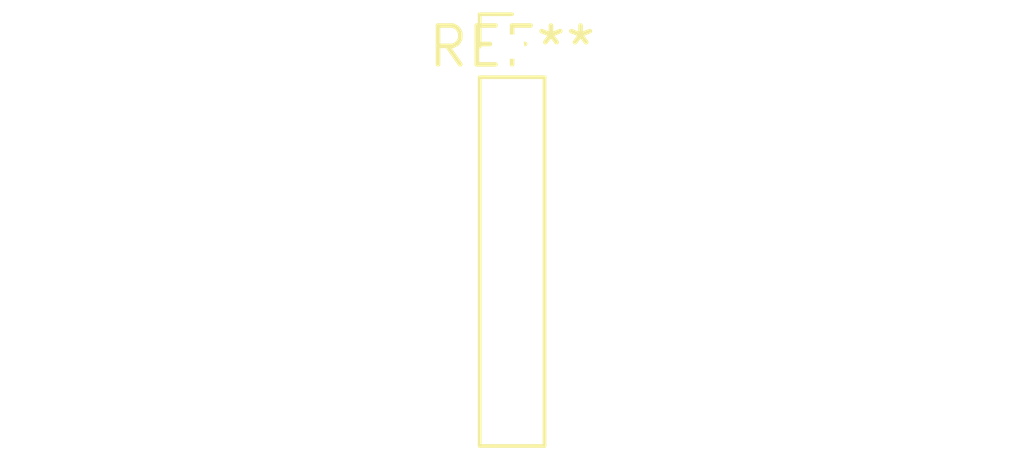
<source format=kicad_pcb>
(kicad_pcb (version 20240108) (generator pcbnew)
  (layers (0 "F.Cu" signal) (31 "B.Cu" signal) (34 "B.Paste" user) (35 "F.Paste" user) (36 "B.SilkS" user "B.Silkscreen") (37 "F.SilkS" user "F.Silkscreen") (38 "B.Mask" user) (39 "F.Mask" user) (44 "Edge.Cuts" user))
  (net 0 "")
  (footprint "PinHeader_1x07_P2.00mm_Vertical" (layer "F.Cu") (at 0 0)
    (property "Reference" "REF**")
    (property "Value" "PinHeader_1x07_P2.00mm_Vertical")
    (fp_line (start -1.06 -1.06) (end 0 -1.06) (layer "F.SilkS") (stroke (width 0.12)))
    (fp_line (start -1.06 0) (end -1.06 -1.06) (layer "F.SilkS") (stroke (width 0.12)))
    (fp_line (start -1.06 1) (end -1.06 13.06) (layer "F.SilkS") (stroke (width 0.12)))
    (fp_line (start -1.06 1) (end 1.06 1) (layer "F.SilkS") (stroke (width 0.12)))
    (fp_line (start -1.06 13.06) (end 1.06 13.06) (layer "F.SilkS") (stroke (width 0.12)))
    (fp_line (start 1.06 1) (end 1.06 13.06) (layer "F.SilkS") (stroke (width 0.12)))
    (pad "1" thru_hole rect (at 0 0) (size 1.35 1.35) (drill 0.8) (layers *.Cu *.Mask) (remove_unused_layers))
    (pad "2" thru_hole oval (at 0 2) (size 1.35 1.35) (drill 0.8) (layers *.Cu *.Mask) (remove_unused_layers))
    (pad "3" thru_hole oval (at 0 4) (size 1.35 1.35) (drill 0.8) (layers *.Cu *.Mask) (remove_unused_layers))
    (pad "4" thru_hole oval (at 0 6) (size 1.35 1.35) (drill 0.8) (layers *.Cu *.Mask) (remove_unused_layers))
    (pad "5" thru_hole oval (at 0 8) (size 1.35 1.35) (drill 0.8) (layers *.Cu *.Mask) (remove_unused_layers))
    (pad "6" thru_hole oval (at 0 10) (size 1.35 1.35) (drill 0.8) (layers *.Cu *.Mask) (remove_unused_layers))
    (pad "7" thru_hole oval (at 0 12) (size 1.35 1.35) (drill 0.8) (layers *.Cu *.Mask) (remove_unused_layers))
  )
)
</source>
